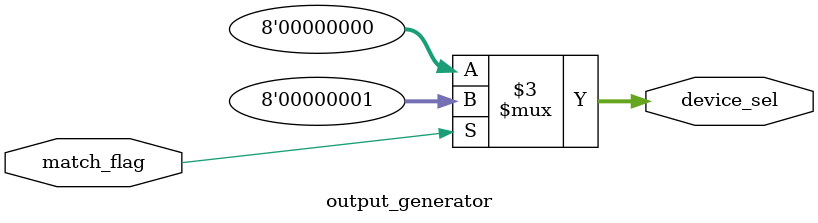
<source format=sv>
module decoder_partial_match #(
    parameter MASK = 4'hF
) (
    input  [3:0] addr_in,
    output [7:0] device_sel
);
    wire [3:0] masked_addr;
    wire       match_flag;
    
    // 子模块实例化
    address_masking #(
        .MASK(MASK)
    ) masking_unit (
        .addr_in    (addr_in),
        .masked_addr(masked_addr)
    );
    
    pattern_matching #(
        .PATTERN(4'hA)
    ) matching_unit (
        .masked_addr(masked_addr),
        .match_flag (match_flag)
    );
    
    output_generator output_unit (
        .match_flag (match_flag),
        .device_sel (device_sel)
    );
    
endmodule

// 子模块1: 地址掩码单元
module address_masking #(
    parameter MASK = 4'hF
) (
    input  [3:0] addr_in,
    output [3:0] masked_addr
);
    assign masked_addr = addr_in & MASK;
endmodule

// 子模块2: 模式匹配单元
module pattern_matching #(
    parameter PATTERN = 4'hA
) (
    input  [3:0] masked_addr,
    output       match_flag
);
    assign match_flag = (masked_addr == PATTERN);
endmodule

// 子模块3: 输出生成单元
module output_generator (
    input        match_flag,
    output reg [7:0] device_sel
);
    always @(*) begin
        if (match_flag) begin
            device_sel = 8'h01;
        end
        else begin
            device_sel = 8'h00;
        end
    end
endmodule
</source>
